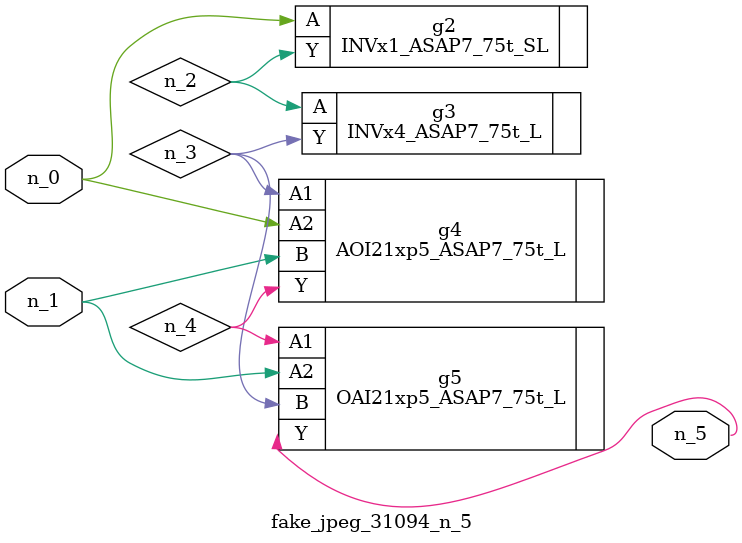
<source format=v>
module fake_jpeg_31094_n_5 (n_0, n_1, n_5);

input n_0;
input n_1;

output n_5;

wire n_3;
wire n_2;
wire n_4;

INVx1_ASAP7_75t_SL g2 ( 
.A(n_0),
.Y(n_2)
);

INVx4_ASAP7_75t_L g3 ( 
.A(n_2),
.Y(n_3)
);

AOI21xp5_ASAP7_75t_L g4 ( 
.A1(n_3),
.A2(n_0),
.B(n_1),
.Y(n_4)
);

OAI21xp5_ASAP7_75t_L g5 ( 
.A1(n_4),
.A2(n_1),
.B(n_3),
.Y(n_5)
);


endmodule
</source>
